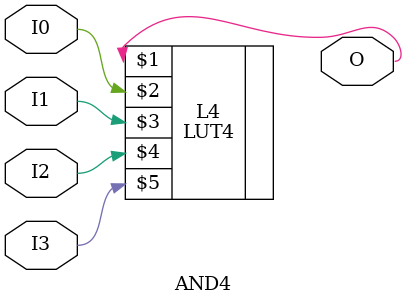
<source format=v>


`timescale  1 ps / 1 ps


module AND4 (O, I0, I1, I2, I3);

    output O;

    input  I0, I1, I2, I3;

    LUT4 #(.INIT(16'h8000)) L4 (O, I0, I1, I2, I3);

endmodule

</source>
